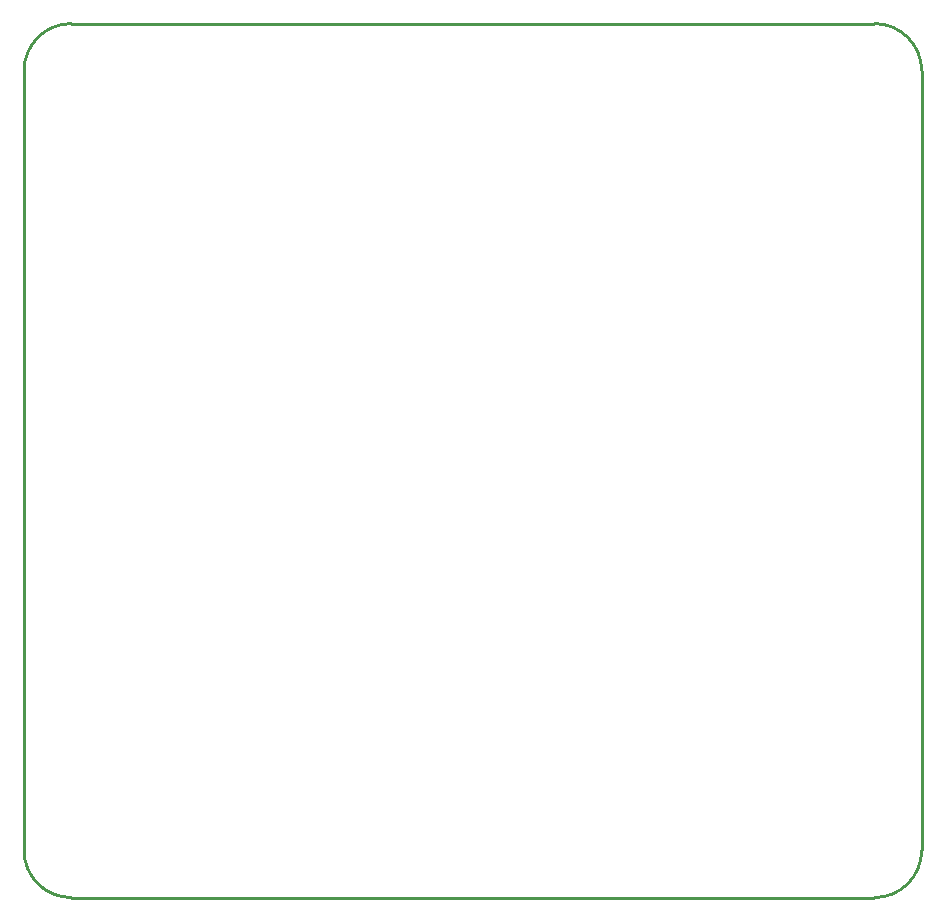
<source format=gko>
G04 Layer: BoardOutlineLayer*
G04 EasyEDA v6.5.40, 2024-05-01 14:29:32*
G04 7703e67730494ffebf129c6139567d94,10*
G04 Gerber Generator version 0.2*
G04 Scale: 100 percent, Rotated: No, Reflected: No *
G04 Dimensions in millimeters *
G04 leading zeros omitted , absolute positions ,4 integer and 5 decimal *
%FSLAX45Y45*%
%MOMM*%

%ADD10C,0.2540*%
D10*
X-49999Y-6899986D02*
G01*
X-49999Y-299999D01*
X7149985Y-7299985D02*
G01*
X349999Y-7299985D01*
X7549984Y-299999D02*
G01*
X7549984Y-6899986D01*
X349999Y99999D02*
G01*
X7149985Y99999D01*
G75*
G01*
X7149986Y100000D02*
G02*
X7549985Y-299999I0J-399999D01*
G75*
G01*
X7549985Y-6899986D02*
G02*
X7149986Y-7299985I-399999J0D01*
G75*
G01*
X349999Y-7299985D02*
G02*
X-50000Y-6899986I0J399999D01*
G75*
G01*
X-50000Y-299999D02*
G02*
X349999Y100000I399999J0D01*

%LPD*%
M02*

</source>
